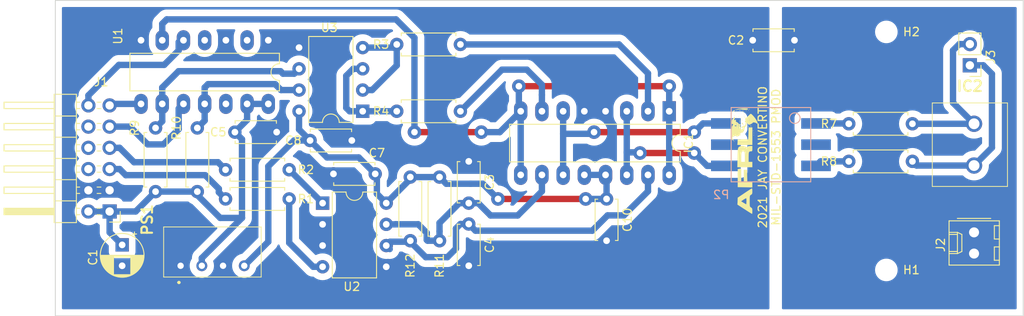
<source format=kicad_pcb>
(kicad_pcb (version 20221018) (generator pcbnew)
  (layers (0 "F.Cu" signal) (31 "B.Cu" signal) (34 "B.Paste" user) (35 "F.Paste" user) (36 "B.SilkS" user "B.Silkscreen") (37 "F.SilkS" user "F.Silkscreen") (38 "B.Mask" user) (39 "F.Mask" user) (44 "Edge.Cuts" user))
  (net 0 "")
  (net 1 "GNDD")
  (net 2 "Net-(C1-Pad1)")
  (net 3 "Net-(C3-Pad2)")
  (net 4 "Net-(C4-Pad1)")
  (net 5 "Net-(J1-Pad8)")
  (net 6 "Net-(J1-Pad7)")
  (net 7 "Net-(P2-Pad5)")
  (net 8 "Net-(P2-Pad3)")
  (net 9 "Net-(P2-Pad2)")
  (net 10 "Net-(P2-Pad1)")
  (net 11 "Net-(J1-Pad6)")
  (net 12 "Net-(J1-Pad5)")
  (net 13 "Net-(J1-Pad12)")
  (net 14 "Net-(J1-Pad10)")
  (net 15 "Net-(R1-Pad1)")
  (net 16 "Net-(R2-Pad1)")
  (net 17 "Net-(IC1-Pad2)")
  (net 18 "Net-(IC1-Pad1)")
  (net 19 "Net-(IC2-Pad2)")
  (net 20 "Net-(IC2-Pad1)")
  (net 21 "GNDA")
  (net 22 "Net-(R3-Pad2)")
  (net 23 "Net-(R4-Pad2)")
  (net 24 "Net-(J1-Pad11)")
  (net 25 "Net-(J1-Pad9)")
  (net 26 "Net-(U1-Pad12)")
  (net 27 "Net-(U1-Pad4)")
  (net 28 "Net-(U1-Pad2)")
  (net 29 "Net-(C10-Pad1)")
  (net 30 "Net-(IC1-Pad7)")
  (net 31 "Net-(IC1-Pad14)")
  (net 32 "Net-(IC1-Pad11)")
  (net 33 "Net-(R9-Pad1)")
  (net 34 "Net-(R10-Pad2)")
  (footprint "Capacitor_THT:C_Disc_D4.7mm_W2.5mm_P5.00mm" (layer "F.Cu") (at 144 92.5 -90)
    (fp_text reference "C3" (at 2.5 -2.5 90) (layer "F.SilkS"))
    (fp_text value "10pF")
    (pad "1" thru_hole circle (at 0 0 270) (size 1.6 1.6) (drill 0.8) (layers "*.Cu" "*.Mask") (net 1 "GNDD"))
    (pad "2" thru_hole circle (at 5 0 270) (size 1.6 1.6) (drill 0.8) (layers "*.Cu" "*.Mask") (net 3 "Net-(C3-Pad2)"))
  )
  (footprint "Capacitor_THT:C_Disc_D4.7mm_W2.5mm_P5.00mm" (layer "F.Cu") (at 144 100 -90)
    (fp_text reference "C4" (at 2.5 -2.5 90) (layer "F.SilkS"))
    (fp_text value "10pF")
    (pad "1" thru_hole circle (at 0 0 270) (size 1.6 1.6) (drill 0.8) (layers "*.Cu" "*.Mask") (net 4 "Net-(C4-Pad1)"))
    (pad "2" thru_hole circle (at 5 0 270) (size 1.6 1.6) (drill 0.8) (layers "*.Cu" "*.Mask") (net 1 "GNDD"))
  )
  (footprint "Capacitor_THT:C_Disc_D4.7mm_W2.5mm_P5.00mm" (layer "F.Cu") (at 127.8 94)
    (fp_text reference "C7" (at 5.2 -2.5) (layer "F.SilkS"))
    (fp_text value "100NF")
    (pad "1" thru_hole circle (at 0 0) (size 1.6 1.6) (drill 0.8) (layers "*.Cu" "*.Mask") (net 1 "GNDD"))
    (pad "2" thru_hole circle (at 5 0) (size 1.6 1.6) (drill 0.8) (layers "*.Cu" "*.Mask") (net 29 "Net-(C10-Pad1)"))
  )
  (footprint "Resistor_THT:R_Axial_DIN0207_L6.3mm_D2.5mm_P7.62mm_Horizontal" (layer "F.Cu") (at 122.5 97 180)
    (fp_text reference "R1" (at -2 0) (layer "F.SilkS"))
    (fp_text value "100")
    (pad "1" thru_hole circle (at 0 0 180) (size 1.6 1.6) (drill 0.8) (layers "*.Cu" "*.Mask") (net 15 "Net-(R1-Pad1)"))
    (pad "2" thru_hole oval (at 7.62 0 180) (size 1.6 1.6) (drill 0.8) (layers "*.Cu" "*.Mask") (net 12 "Net-(J1-Pad5)"))
  )
  (footprint "Resistor_THT:R_Axial_DIN0207_L6.3mm_D2.5mm_P7.62mm_Horizontal" (layer "F.Cu") (at 122.5 93.5 180)
    (fp_text reference "R2" (at -2 0) (layer "F.SilkS"))
    (fp_text value "100")
    (pad "1" thru_hole circle (at 0 0 180) (size 1.6 1.6) (drill 0.8) (layers "*.Cu" "*.Mask") (net 16 "Net-(R2-Pad1)"))
    (pad "2" thru_hole oval (at 7.62 0 180) (size 1.6 1.6) (drill 0.8) (layers "*.Cu" "*.Mask") (net 6 "Net-(J1-Pad7)"))
  )
  (footprint "Resistor_THT:R_Axial_DIN0207_L6.3mm_D2.5mm_P7.62mm_Horizontal" (layer "F.Cu") (at 143 78.5 180)
    (fp_text reference "R3" (at 9.5 0) (layer "F.SilkS"))
    (fp_text value "100")
    (pad "1" thru_hole circle (at 0 0 180) (size 1.6 1.6) (drill 0.8) (layers "*.Cu" "*.Mask") (net 17 "Net-(IC1-Pad2)"))
    (pad "2" thru_hole oval (at 7.62 0 180) (size 1.6 1.6) (drill 0.8) (layers "*.Cu" "*.Mask") (net 22 "Net-(R3-Pad2)"))
  )
  (footprint "Resistor_THT:R_Axial_DIN0207_L6.3mm_D2.5mm_P7.62mm_Horizontal" (layer "F.Cu") (at 143 86.5 180)
    (fp_text reference "R4" (at 9.5 0) (layer "F.SilkS"))
    (fp_text value "100")
    (pad "1" thru_hole circle (at 0 0 180) (size 1.6 1.6) (drill 0.8) (layers "*.Cu" "*.Mask") (net 30 "Net-(IC1-Pad7)"))
    (pad "2" thru_hole oval (at 7.62 0 180) (size 1.6 1.6) (drill 0.8) (layers "*.Cu" "*.Mask") (net 23 "Net-(R4-Pad2)"))
  )
  (footprint "Resistor_THT:R_Axial_DIN0207_L6.3mm_D2.5mm_P7.62mm_Horizontal" (layer "F.Cu") (at 197.12 88 180)
    (fp_text reference "R7" (at 10 0) (layer "F.SilkS"))
    (fp_text value "49R9")
    (pad "1" thru_hole circle (at 0 0 180) (size 1.6 1.6) (drill 0.8) (layers "*.Cu" "*.Mask") (net 19 "Net-(IC2-Pad2)"))
    (pad "2" thru_hole oval (at 7.62 0 180) (size 1.6 1.6) (drill 0.8) (layers "*.Cu" "*.Mask") (net 10 "Net-(P2-Pad1)"))
  )
  (footprint "Resistor_THT:R_Axial_DIN0207_L6.3mm_D2.5mm_P7.62mm_Horizontal" (layer "F.Cu") (at 197.12 92.5 180)
    (fp_text reference "R8" (at 10 0) (layer "F.SilkS"))
    (fp_text value "49R9")
    (pad "1" thru_hole circle (at 0 0 180) (size 1.6 1.6) (drill 0.8) (layers "*.Cu" "*.Mask") (net 20 "Net-(IC2-Pad1)"))
    (pad "2" thru_hole oval (at 7.62 0 180) (size 1.6 1.6) (drill 0.8) (layers "*.Cu" "*.Mask") (net 8 "Net-(P2-Pad3)"))
  )
  (footprint "Package_DIP:DIP-8_W7.62mm" (layer "F.Cu") (at 126.5 97.5)
    (fp_text reference "U2" (at 3.5 10) (layer "F.SilkS"))
    (fp_text value "VO2630")
    (pad "1" thru_hole rect (at 0 0) (size 1.6 1.6) (drill 0.8) (layers "*.Cu" "*.Mask") (net 16 "Net-(R2-Pad1)"))
    (pad "2" thru_hole oval (at 0 2.54) (size 1.6 1.6) (drill 0.8) (layers "*.Cu" "*.Mask") (net 1 "GNDD"))
    (pad "3" thru_hole oval (at 0 5.08) (size 1.6 1.6) (drill 0.8) (layers "*.Cu" "*.Mask") (net 1 "GNDD"))
    (pad "4" thru_hole oval (at 0 7.62) (size 1.6 1.6) (drill 0.8) (layers "*.Cu" "*.Mask") (net 15 "Net-(R1-Pad1)"))
    (pad "5" thru_hole oval (at 7.62 7.62) (size 1.6 1.6) (drill 0.8) (layers "*.Cu" "*.Mask") (net 1 "GNDD"))
    (pad "6" thru_hole oval (at 7.62 5.08) (size 1.6 1.6) (drill 0.8) (layers "*.Cu" "*.Mask") (net 4 "Net-(C4-Pad1)"))
    (pad "7" thru_hole oval (at 7.62 2.54) (size 1.6 1.6) (drill 0.8) (layers "*.Cu" "*.Mask") (net 3 "Net-(C3-Pad2)"))
    (pad "8" thru_hole oval (at 7.62 0) (size 1.6 1.6) (drill 0.8) (layers "*.Cu" "*.Mask") (net 29 "Net-(C10-Pad1)"))
  )
  (footprint "Package_DIP:DIP-8_W7.62mm" (layer "F.Cu") (at 131.3 86.5 180)
    (fp_text reference "U3" (at 4 10) (layer "F.SilkS"))
    (fp_text value "VO2630")
    (pad "1" thru_hole rect (at 0 0 180) (size 1.6 1.6) (drill 0.8) (layers "*.Cu" "*.Mask") (net 23 "Net-(R4-Pad2)"))
    (pad "2" thru_hole oval (at 0 2.54 180) (size 1.6 1.6) (drill 0.8) (layers "*.Cu" "*.Mask") (net 22 "Net-(R3-Pad2)"))
    (pad "3" thru_hole oval (at 0 5.08 180) (size 1.6 1.6) (drill 0.8) (layers "*.Cu" "*.Mask") (net 23 "Net-(R4-Pad2)"))
    (pad "4" thru_hole oval (at 0 7.62 180) (size 1.6 1.6) (drill 0.8) (layers "*.Cu" "*.Mask") (net 22 "Net-(R3-Pad2)"))
    (pad "5" thru_hole oval (at 7.62 7.62 180) (size 1.6 1.6) (drill 0.8) (layers "*.Cu" "*.Mask") (net 1 "GNDD"))
    (pad "6" thru_hole oval (at 7.62 5.08 180) (size 1.6 1.6) (drill 0.8) (layers "*.Cu" "*.Mask") (net 33 "Net-(R9-Pad1)"))
    (pad "7" thru_hole oval (at 7.62 2.54 180) (size 1.6 1.6) (drill 0.8) (layers "*.Cu" "*.Mask") (net 34 "Net-(R10-Pad2)"))
    (pad "8" thru_hole oval (at 7.62 0 180) (size 1.6 1.6) (drill 0.8) (layers "*.Cu" "*.Mask") (net 29 "Net-(C10-Pad1)"))
  )
  (footprint "Connector_PinHeader_2.54mm:PinHeader_2x06_P2.54mm_Horizontal" (layer "F.Cu") (at 101 98.5 180)
    (fp_text reference "J1" (at 1 15.5) (layer "F.SilkS"))
    (fp_text value "Conn_02x06_Top_Bottom")
    (pad "1" thru_hole rect (at 0 0 180) (size 1.7 1.7) (drill 1) (layers "*.Cu" "*.Mask") (net 2 "Net-(C1-Pad1)"))
    (pad "2" thru_hole oval (at 2.54 0 180) (size 1.7 1.7) (drill 1) (layers "*.Cu" "*.Mask") (net 2 "Net-(C1-Pad1)"))
    (pad "3" thru_hole oval (at 0 2.54 180) (size 1.7 1.7) (drill 1) (layers "*.Cu" "*.Mask") (net 1 "GNDD"))
    (pad "4" thru_hole oval (at 2.54 2.54 180) (size 1.7 1.7) (drill 1) (layers "*.Cu" "*.Mask") (net 1 "GNDD"))
    (pad "5" thru_hole oval (at 0 5.08 180) (size 1.7 1.7) (drill 1) (layers "*.Cu" "*.Mask") (net 12 "Net-(J1-Pad5)"))
    (pad "6" thru_hole oval (at 2.54 5.08 180) (size 1.7 1.7) (drill 1) (layers "*.Cu" "*.Mask") (net 11 "Net-(J1-Pad6)"))
    (pad "7" thru_hole oval (at 0 7.62 180) (size 1.7 1.7) (drill 1) (layers "*.Cu" "*.Mask") (net 6 "Net-(J1-Pad7)"))
    (pad "8" thru_hole oval (at 2.54 7.62 180) (size 1.7 1.7) (drill 1) (layers "*.Cu" "*.Mask") (net 5 "Net-(J1-Pad8)"))
    (pad "9" thru_hole oval (at 0 10.16 180) (size 1.7 1.7) (drill 1) (layers "*.Cu" "*.Mask") (net 25 "Net-(J1-Pad9)"))
    (pad "10" thru_hole oval (at 2.54 10.16 180) (size 1.7 1.7) (drill 1) (layers "*.Cu" "*.Mask") (net 14 "Net-(J1-Pad10)"))
    (pad "11" thru_hole oval (at 0 12.7 180) (size 1.7 1.7) (drill 1) (layers "*.Cu" "*.Mask") (net 24 "Net-(J1-Pad11)"))
    (pad "12" thru_hole oval (at 2.54 12.7 180) (size 1.7 1.7) (drill 1) (layers "*.Cu" "*.Mask") (net 13 "Net-(J1-Pad12)"))
  )
  (footprint "cui:TB00150002BE" (layer "F.Cu") (at 204.5 93 90)
    (fp_text reference "IC2" (at 9.5 -0.5) (layer "F.SilkS") (effects (font (size 1.27 1.27) (thickness 0.254))))
    (fp_text value "TB001-500-02BE" hide)
    (pad "1" thru_hole circle (at 0 0 90) (size 1.95 1.95) (drill 1.3) (layers "*.Cu" "*.Mask") (net 20 "Net-(IC2-Pad1)"))
    (pad "2" thru_hole circle (at 5 0 90) (size 1.95 1.95) (drill 1.3) (layers "*.Cu" "*.Mask") (net 19 "Net-(IC2-Pad2)"))
  )
  (footprint "Capacitor_THT:CP_Radial_D5.0mm_P2.50mm" (layer "F.Cu") (at 102.5 102.5 -90)
    (fp_text reference "C1" (at 1.5 3.5 90) (layer "F.SilkS"))
    (fp_text value "22uF")
    (pad "1" thru_hole rect (at 0 0 270) (size 1.6 1.6) (drill 0.8) (layers "*.Cu" "*.Mask") (net 2 "Net-(C1-Pad1)"))
    (pad "2" thru_hole circle (at 2.5 0 270) (size 1.6 1.6) (drill 0.8) (layers "*.Cu" "*.Mask") (net 1 "GNDD"))
  )
  (footprint "traco:TBA10311" (layer "F.Cu") (at 109.5 105)
    (fp_text reference "PS1" (at -4 -5.5 90) (layer "F.SilkS") (effects (font (size 1.27 1.27) (thickness 0.254))))
    (fp_text value "TBA_1-0311" hide)
    (pad "1" thru_hole circle (at 0 0) (size 1.303 1.303) (drill 0.76) (layers "*.Cu" "*.Mask") (net 1 "GNDD"))
    (pad "2" thru_hole circle (at 2.54 0) (size 1.303 1.303) (drill 0.76) (layers "*.Cu" "*.Mask") (net 2 "Net-(C1-Pad1)"))
    (pad "4" thru_hole circle (at 5.08 0) (size 1.303 1.303) (drill 0.76) (layers "*.Cu" "*.Mask") (net 1 "GNDD"))
    (pad "5" thru_hole circle (at 7.62 0) (size 1.303 1.303) (drill 0.76) (layers "*.Cu" "*.Mask") (net 29 "Net-(C10-Pad1)"))
  )
  (footprint "Capacitor_THT:C_Disc_D4.7mm_W2.5mm_P5.00mm" (layer "F.Cu") (at 125 90)
    (fp_text reference "C8" (at -2 0) (layer "F.SilkS"))
    (fp_text value "100NF")
    (pad "1" thru_hole circle (at 0 0) (size 1.6 1.6) (drill 0.8) (layers "*.Cu" "*.Mask") (net 29 "Net-(C10-Pad1)"))
    (pad "2" thru_hole circle (at 5 0) (size 1.6 1.6) (drill 0.8) (layers "*.Cu" "*.Mask") (net 1 "GNDD"))
  )
  (footprint "Resistor_THT:R_Axial_DIN0207_L6.3mm_D2.5mm_P7.62mm_Horizontal" (layer "F.Cu") (at 106.5 88.5 -90)
    (fp_text reference "R9" (at 0 2.5 90) (layer "F.SilkS"))
    (fp_text value "332_2K2-DNP")
    (pad "1" thru_hole circle (at 0 0 270) (size 1.6 1.6) (drill 0.8) (layers "*.Cu" "*.Mask") (net 33 "Net-(R9-Pad1)"))
    (pad "2" thru_hole oval (at 7.62 0 270) (size 1.6 1.6) (drill 0.8) (layers "*.Cu" "*.Mask") (net 2 "Net-(C1-Pad1)"))
  )
  (footprint "Resistor_THT:R_Axial_DIN0207_L6.3mm_D2.5mm_P7.62mm_Horizontal" (layer "F.Cu") (at 111.5 96.12 90)
    (fp_text reference "R10" (at 7.62 -2.5 90) (layer "F.SilkS"))
    (fp_text value "332_2K2-DNP")
    (pad "1" thru_hole circle (at 0 0 90) (size 1.6 1.6) (drill 0.8) (layers "*.Cu" "*.Mask") (net 2 "Net-(C1-Pad1)"))
    (pad "2" thru_hole oval (at 7.62 0 90) (size 1.6 1.6) (drill 0.8) (layers "*.Cu" "*.Mask") (net 34 "Net-(R10-Pad2)"))
  )
  (footprint "Resistor_THT:R_Axial_DIN0207_L6.3mm_D2.5mm_P7.62mm_Horizontal" (layer "F.Cu") (at 140.5 102 90)
    (fp_text reference "R11" (at -3 0 90) (layer "F.SilkS"))
    (fp_text value "100")
    (pad "1" thru_hole circle (at 0 0 90) (size 1.6 1.6) (drill 0.8) (layers "*.Cu" "*.Mask") (net 3 "Net-(C3-Pad2)"))
    (pad "2" thru_hole oval (at 7.62 0 90) (size 1.6 1.6) (drill 0.8) (layers "*.Cu" "*.Mask") (net 29 "Net-(C10-Pad1)"))
  )
  (footprint "Resistor_THT:R_Axial_DIN0207_L6.3mm_D2.5mm_P7.62mm_Horizontal" (layer "F.Cu") (at 137 94.38 -90)
    (fp_text reference "R12" (at 10.62 0 90) (layer "F.SilkS"))
    (fp_text value "100")
    (pad "1" thru_hole circle (at 0 0 270) (size 1.6 1.6) (drill 0.8) (layers "*.Cu" "*.Mask") (net 29 "Net-(C10-Pad1)"))
    (pad "2" thru_hole oval (at 7.62 0 270) (size 1.6 1.6) (drill 0.8) (layers "*.Cu" "*.Mask") (net 4 "Net-(C4-Pad1)"))
  )
  (footprint "MountingHole:MountingHole_2.2mm_M2_DIN965" (layer "F.Cu") (at 194 105.5)
    (fp_text reference "H1" (at 3 0) (layer "F.SilkS"))
    (fp_text value "MountingHole")
    (pad "" np_thru_hole circle (at 0 0) (size 2.2 2.2) (drill 2.2) (layers "*.Cu" "*.Mask"))
  )
  (footprint "MountingHole:MountingHole_2.2mm_M2_DIN965" (layer "F.Cu") (at 194 77)
    (fp_text reference "H2" (at 3 0) (layer "F.SilkS"))
    (fp_text value "MountingHole")
    (pad "" np_thru_hole circle (at 0 0) (size 2.2 2.2) (drill 2.2) (layers "*.Cu" "*.Mask"))
  )
  (footprint "Capacitor_THT:C_Disc_D4.7mm_W2.5mm_P5.00mm" (layer "F.Cu") (at 183 78 180)
    (fp_text reference "C2" (at 7 0) (layer "F.SilkS"))
    (fp_text value "1NF")
    (pad "1" thru_hole circle (at 0 0 180) (size 1.6 1.6) (drill 0.8) (layers "*.Cu" "*.Mask") (net 21 "GNDA"))
    (pad "2" thru_hole circle (at 5 0 180) (size 1.6 1.6) (drill 0.8) (layers "*.Cu" "*.Mask") (net 1 "GNDD"))
  )
  (footprint "Connector_Molex:Molex_KK-254_AE-6410-02A_1x02_P2.54mm_Vertical" (layer "F.Cu") (at 204.5 101 -90)
    (fp_text reference "J2" (at 1.5 4 90) (layer "F.SilkS"))
    (fp_text value "Conn_01x02")
    (pad "1" thru_hole roundrect (at 0 0 270) (size 1.74 2.2) (drill 1.2) (layers "*.Cu" "*.Mask") (roundrect_rratio 0.1436781609) (net 21 "GNDA"))
    (pad "2" thru_hole oval (at 2.54 0 270) (size 1.74 2.2) (drill 1.2) (layers "*.Cu" "*.Mask") (net 21 "GNDA"))
  )
  (footprint "Connector_PinHeader_2.54mm:PinHeader_1x02_P2.54mm_Vertical" (layer "F.Cu") (at 204 81 180)
    (fp_text reference "J3" (at -2.5 1 90) (layer "F.SilkS"))
    (fp_text value "Conn_01x02")
    (pad "1" thru_hole rect (at 0 0 180) (size 1.7 1.7) (drill 1) (layers "*.Cu" "*.Mask") (net 20 "Net-(IC2-Pad1)"))
    (pad "2" thru_hole oval (at 0 2.54 180) (size 1.7 1.7) (drill 1) (layers "*.Cu" "*.Mask") (net 19 "Net-(IC2-Pad2)"))
  )
  (footprint "logos:afrl" (layer "F.Cu") (at 177 92.5 90)
    (fp_text reference "L1" hide)
    (fp_text value "afrl" hide)
  )
  (footprint "Capacitor_THT:C_Disc_D4.7mm_W2.5mm_P5.00mm" (layer "F.Cu") (at 121 89 180)
    (fp_text reference "C5" (at 7 0) (layer "F.SilkS"))
    (fp_text value "100NF")
    (pad "1" thru_hole circle (at 0 0 180) (size 1.6 1.6) (drill 0.8) (layers "*.Cu" "*.Mask") (net 1 "GNDD"))
    (pad "2" thru_hole circle (at 5 0 180) (size 1.6 1.6) (drill 0.8) (layers "*.Cu" "*.Mask") (net 2 "Net-(C1-Pad1)"))
  )
  (footprint "Package_DIP:DIP-14_W7.62mm_LongPads" (layer "F.Cu") (at 120 78 -90)
    (fp_text reference "U1" (at -0.5 18 90) (layer "F.SilkS"))
    (fp_text value "74HC14")
    (pad "1" thru_hole rect (at 0 0 270) (size 2.4 1.6) (drill 0.8) (layers "*.Cu" "*.Mask") (net 1 "GNDD"))
    (pad "2" thru_hole oval (at 0 2.54 270) (size 2.4 1.6) (drill 0.8) (layers "*.Cu" "*.Mask") (net 28 "Net-(U1-Pad2)"))
    (pad "3" thru_hole oval (at 0 5.08 270) (size 2.4 1.6) (drill 0.8) (layers "*.Cu" "*.Mask") (net 1 "GNDD"))
    (pad "4" thru_hole oval (at 0 7.62 270) (size 2.4 1.6) (drill 0.8) (layers "*.Cu" "*.Mask") (net 27 "Net-(U1-Pad4)"))
    (pad "5" thru_hole oval (at 0 10.16 270) (size 2.4 1.6) (drill 0.8) (layers "*.Cu" "*.Mask") (net 13 "Net-(J1-Pad12)"))
    (pad "6" thru_hole oval (at 0 12.7 270) (size 2.4 1.6) (drill 0.8) (layers "*.Cu" "*.Mask") (net 18 "Net-(IC1-Pad1)"))
    (pad "7" thru_hole oval (at 0 15.24 270) (size 2.4 1.6) (drill 0.8) (layers "*.Cu" "*.Mask") (net 1 "GNDD"))
    (pad "8" thru_hole oval (at 7.62 15.24 270) (size 2.4 1.6) (drill 0.8) (layers "*.Cu" "*.Mask") (net 24 "Net-(J1-Pad11)"))
    (pad "9" thru_hole oval (at 7.62 12.7 270) (size 2.4 1.6) (drill 0.8) (layers "*.Cu" "*.Mask") (net 33 "Net-(R9-Pad1)"))
    (pad "10" thru_hole oval (at 7.62 10.16 270) (size 2.4 1.6) (drill 0.8) (layers "*.Cu" "*.Mask") (net 25 "Net-(J1-Pad9)"))
    (pad "11" thru_hole oval (at 7.62 7.62 270) (size 2.4 1.6) (drill 0.8) (layers "*.Cu" "*.Mask") (net 34 "Net-(R10-Pad2)"))
    (pad "12" thru_hole oval (at 7.62 5.08 270) (size 2.4 1.6) (drill 0.8) (layers "*.Cu" "*.Mask") (net 26 "Net-(U1-Pad12)"))
    (pad "13" thru_hole oval (at 7.62 2.54 270) (size 2.4 1.6) (drill 0.8) (layers "*.Cu" "*.Mask") (net 2 "Net-(C1-Pad1)"))
    (pad "14" thru_hole oval (at 7.62 0 270) (size 2.4 1.6) (drill 0.8) (layers "*.Cu" "*.Mask") (net 2 "Net-(C1-Pad1)") (clearance 0.5334))
  )
  (footprint "Capacitor_THT:C_Disc_D4.7mm_W2.5mm_P5.00mm" (layer "F.Cu") (at 160.5 97 -90)
    (fp_text reference "C10" (at 2.5 -2.5 90) (layer "F.SilkS"))
    (fp_text value "100NF")
    (pad "1" thru_hole circle (at 0 0 270) (size 1.6 1.6) (drill 0.8) (layers "*.Cu" "*.Mask") (net 29 "Net-(C10-Pad1)"))
    (pad "2" thru_hole circle (at 5 0 270) (size 1.6 1.6) (drill 0.8) (layers "*.Cu" "*.Mask") (net 1 "GNDD"))
  )
  (footprint "Package_DIP:DIP-16_W7.62mm_LongPads" (layer "F.Cu") (at 168 86.5 -90)
    (fp_text reference "IC1" (at 3.81 -2.33 90) (layer "F.SilkS"))
    (fp_text value "ADG413BNZ")
    (pad "1" thru_hole rect (at 0 0 270) (size 2.4 1.6) (drill 0.8) (layers "*.Cu" "*.Mask") (net 18 "Net-(IC1-Pad1)"))
    (pad "2" thru_hole oval (at 0 2.54 270) (size 2.4 1.6) (drill 0.8) (layers "*.Cu" "*.Mask") (net 17 "Net-(IC1-Pad2)"))
    (pad "3" thru_hole oval (at 0 5.08 270) (size 2.4 1.6) (drill 0.8) (layers "*.Cu" "*.Mask") (net 31 "Net-(IC1-Pad14)"))
    (pad "4" thru_hole oval (at 0 7.62 270) (size 2.4 1.6) (drill 0.8) (layers "*.Cu" "*.Mask") (net 1 "GNDD"))
    (pad "5" thru_hole oval (at 0 10.16 270) (size 2.4 1.6) (drill 0.8) (layers "*.Cu" "*.Mask") (net 1 "GNDD"))
    (pad "6" thru_hole oval (at 0 12.7 270) (size 2.4 1.6) (drill 0.8) (layers "*.Cu" "*.Mask") (net 32 "Net-(IC1-Pad11)"))
    (pad "7" thru_hole oval (at 0 15.24 270) (size 2.4 1.6) (drill 0.8) (layers "*.Cu" "*.Mask") (net 30 "Net-(IC1-Pad7)"))
    (pad "8" thru_hole oval (at 0 17.78 270) (size 2.4 1.6) (drill 0.8) (layers "*.Cu" "*.Mask") (net 18 "Net-(IC1-Pad1)"))
    (pad "9" thru_hole oval (at 7.62 17.78 270) (size 2.4 1.6) (drill 0.8) (layers "*.Cu" "*.Mask") (net 18 "Net-(IC1-Pad1)"))
    (pad "10" thru_hole oval (at 7.62 15.24 270) (size 2.4 1.6) (drill 0.8) (layers "*.Cu" "*.Mask") (net 3 "Net-(C3-Pad2)"))
    (pad "11" thru_hole oval (at 7.62 12.7 270) (size 2.4 1.6) (drill 0.8) (layers "*.Cu" "*.Mask") (net 32 "Net-(IC1-Pad11)"))
    (pad "12" thru_hole oval (at 7.62 10.16 270) (size 2.4 1.6) (drill 0.8) (layers "*.Cu" "*.Mask") (net 29 "Net-(C10-Pad1)"))
    (pad "13" thru_hole oval (at 7.62 7.62 270) (size 2.4 1.6) (drill 0.8) (layers "*.Cu" "*.Mask") (net 29 "Net-(C10-Pad1)"))
    (pad "14" thru_hole oval (at 7.62 5.08 270) (size 2.4 1.6) (drill 0.8) (layers "*.Cu" "*.Mask") (net 31 "Net-(IC1-Pad14)"))
    (pad "15" thru_hole oval (at 7.62 2.54 270) (size 2.4 1.6) (drill 0.8) (layers "*.Cu" "*.Mask") (net 4 "Net-(C4-Pad1)"))
    (pad "16" thru_hole oval (at 7.62 0 270) (size 2.4 1.6) (drill 0.8) (layers "*.Cu" "*.Mask") (net 18 "Net-(IC1-Pad1)"))
  )
  (footprint "murata_pulse_transformers:78604-9JC" (layer "B.Cu") (at 180.5 90.5 180)
    (fp_text reference "P2" (at 6.27 -6) (layer "B.SilkS") (effects (justify mirror)))
    (fp_text value "78604-9JC")
    (pad "1" smd rect (at -5.08 2.54 180) (size 3.556 1.27) (layers "B.Cu" "B.Paste" "B.Mask") (net 10 "Net-(P2-Pad1)"))
    (pad "2" smd rect (at -5.08 0 180) (size 3.556 1.27) (layers "B.Cu" "B.Paste" "B.Mask") (net 9 "Net-(P2-Pad2)"))
    (pad "3" smd rect (at -5.08 -2.54 180) (size 3.556 1.27) (layers "B.Cu" "B.Paste" "B.Mask") (net 8 "Net-(P2-Pad3)"))
    (pad "4" smd rect (at 5.715 2.54 180) (size 3.556 1.27) (layers "B.Cu" "B.Paste" "B.Mask") (net 32 "Net-(IC1-Pad11)"))
    (pad "5" smd rect (at 5.715 0 180) (size 3.556 1.27) (layers "B.Cu" "B.Paste" "B.Mask") (net 7 "Net-(P2-Pad5)"))
    (pad "6" smd rect (at 5.715 -2.54 180) (size 3.556 1.27) (layers "B.Cu" "B.Paste" "B.Mask") (net 31 "Net-(IC1-Pad14)"))
  )
  (gr_rect (start 94.5 73.229086) (end 210.390635 111) (stroke (width 0.1)) (fill none) (layer "Edge.Cuts"))
  (gr_text "2021 JAY CONVERTINO\nMIL-STD-1553 PMOD" (at 180 92 90) (layer "F.SilkS") (effects (font (size 1 1))))
  (segment (start 104.12 98.5) (end 106.5 96.12) (width 0.762) (layer "B.Cu") (net 2))
  (segment (start 114.237005 99.270239) (end 116.848401 99.270239) (width 0.762) (layer "B.Cu") (net 2))
  (segment (start 111.5 96.533234) (end 114.237005 99.270239) (width 0.762) (layer "B.Cu") (net 2))
  (segment (start 120 86.36863) (end 120 85.62) (width 0.762) (layer "B.Cu") (net 2))
  (segment (start 116.848401 99.270239) (end 112.04 104.07864) (width 0.762) (layer "B.Cu") (net 2))
  (segment (start 116 89) (end 116.848401 89.848401) (width 0.762) (layer "B.Cu") (net 2))
  (segment (start 101 98.5) (end 101 101) (width 0.762) (layer "B.Cu") (net 2))
  (segment (start 101 101) (end 102.5 102.5) (width 0.762) (layer "B.Cu") (net 2))
  (segment (start 112.04 104.07864) (end 112.04 105) (width 0.762) (layer "B.Cu") (net 2))
  (segment (start 101 98.5) (end 104.12 98.5) (width 0.762) (layer "B.Cu") (net 2))
  (segment (start 111.5 96.12) (end 111.5 96.533234) (width 0.762) (layer "B.Cu") (net 2))
  (segment (start 120 85.62) (end 117.46 85.62) (width 0.762) (layer "B.Cu") (net 2))
  (segment (start 116 89) (end 117.46 87.54) (width 0.762) (layer "B.Cu") (net 2))
  (segment (start 101 98.5) (end 98.46 98.5) (width 0.762) (layer "B.Cu") (net 2))
  (segment (start 106.5 96.12) (end 111.5 96.12) (width 0.762) (layer "B.Cu") (net 2))
  (segment (start 117.46 87.54) (end 117.46 85.62) (width 0.762) (layer "B.Cu") (net 2))
  (segment (start 116.848401 89.848401) (end 116.848401 99.270239) (width 0.762) (layer "B.Cu") (net 2))
  (segment (start 137.944833 100.031599) (end 135.259771 100.031599) (width 0.762) (layer "B.Cu") (net 3))
  (segment (start 139.071196 102) (end 138.968401 101.897205) (width 0.762) (layer "B.Cu") (net 3))
  (segment (start 152.76 96.082) (end 152.76 94.12) (width 0.762) (layer "B.Cu") (net 3))
  (segment (start 140.5 99.86863) (end 140.5 100.86863) (width 0.762) (layer "B.Cu") (net 3))
  (segment (start 145.13137 97.5) (end 146.612571 98.981201) (width 0.762) (layer "B.Cu") (net 3))
  (segment (start 144 97.5) (end 145.13137 97.5) (width 0.762) (layer "B.Cu") (net 3))
  (segment (start 144 97.5) (end 142.86863 97.5) (width 0.762) (layer "B.Cu") (net 3))
  (segment (start 146.612571 98.981201) (end 149.860799 98.981201) (width 0.762) (layer "B.Cu") (net 3))
  (segment (start 149.860799 98.981201) (end 152.76 96.082) (width 0.762) (layer "B.Cu") (net 3))
  (segment (start 140.5 100.86863) (end 140.5 102) (width 0.762) (layer "B.Cu") (net 3))
  (segment (start 135.259771 100.031599) (end 135.25137 100.04) (width 0.762) (layer "B.Cu") (net 3))
  (segment (start 142.86863 97.5) (end 140.5 99.86863) (width 0.762) (layer "B.Cu") (net 3))
  (segment (start 138.968401 101.897205) (end 138.968401 101.055167) (width 0.762) (layer "B.Cu") (net 3))
  (segment (start 138.968401 101.055167) (end 137.944833 100.031599) (width 0.762) (layer "B.Cu") (net 3))
  (segment (start 140.5 102) (end 139.071196 102) (width 0.762) (layer "B.Cu") (net 3))
  (segment (start 135.25137 100.04) (end 134.12 100.04) (width 0.762) (layer "B.Cu") (net 3))
  (segment (start 158.786767 100.799999) (end 160.618365 98.968401) (width 0.762) (layer "B.Cu") (net 4))
  (segment (start 142.468401 100.531599) (end 143 100) (width 0.762) (layer "B.Cu") (net 4))
  (segment (start 142.468401 102.944833) (end 142.468401 100.531599) (width 0.762) (layer "B.Cu") (net 4))
  (segment (start 165.46 96.082) (end 165.46 94.12) (width 0.762) (layer "B.Cu") (net 4))
  (segment (start 160.618365 98.968401) (end 162.573599 98.968401) (width 0.762) (layer "B.Cu") (net 4))
  (segment (start 144.799999 100.799999) (end 158.786767 100.799999) (width 0.762) (layer "B.Cu") (net 4))
  (segment (start 134.12 102.58) (end 134.58 102.12) (width 0.762) (layer "B.Cu") (net 4))
  (segment (start 144 100) (end 144.799999 100.799999) (width 0.762) (layer "B.Cu") (net 4))
  (segment (start 134.12 102.58) (end 134.46 102.58) (width 0.762) (layer "B.Cu") (net 4))
  (segment (start 143 100) (end 144 100) (width 0.762) (layer "B.Cu") (net 4))
  (segment (start 134.54 103) (end 134.12 102.58) (width 0.762) (layer "B.Cu") (net 4))
  (segment (start 162.573599 98.968401) (end 165.46 96.082) (width 0.762) (layer "B.Cu") (net 4))
  (segment (start 141.444833 103.968401) (end 142.468401 102.944833) (width 0.762) (layer "B.Cu") (net 4))
  (segment (start 134.58 102.12) (end 137 102.12) (width 0.762) (layer "B.Cu") (net 4))
  (segment (start 138.848401 103.968401) (end 141.444833 103.968401) (width 0.762) (layer "B.Cu") (net 4))
  (segment (start 137 102.12) (end 138.848401 103.968401) (width 0.762) (layer "B.Cu") (net 4))
  (segment (start 103.92427 92.602189) (end 102.202081 90.88) (width 0.762) (layer "B.Cu") (net 6))
  (segment (start 113.982189 92.602189) (end 103.92427 92.602189) (width 0.762) (layer "B.Cu") (net 6))
  (segment (start 114.88 93.5) (end 113.982189 92.602189) (width 0.762) (layer "B.Cu") (net 6))
  (segment (start 102.202081 90.88) (end 101 90.88) (width 0.762) (layer "B.Cu") (net 6))
  (segment (start 189.5 92.5) (end 186.12 92.5) (width 0.762) (layer "B.Cu") (net 8))
  (segment (start 186.12 92.5) (end 185.58 93.04) (width 0.762) (layer "B.Cu") (net 8))
  (segment (start 188.88 87.96) (end 188.92 88) (width 0.762) (layer "B.Cu") (net 10))
  (segment (start 185.58 87.96) (end 189.46 87.96) (width 0.762) (layer "B.Cu") (net 10))
  (segment (start 189.46 87.96) (end 189.5 88) (width 0.762) (layer "B.Cu") (net 10))
  (segment (start 114.080001 96.200001) (end 114.080001 95.786767) (width 0.762) (layer "B.Cu") (net 12))
  (segment (start 114.88 97) (end 114.080001 96.200001) (width 0.762) (layer "B.Cu") (net 12))
  (segment (start 112.444833 94.151599) (end 102.93368 94.151599) (width 0.762) (layer "B.Cu") (net 12))
  (segment (start 102.202081 93.42) (end 101 93.42) (width 0.762) (layer "B.Cu") (net 12))
  (segment (start 102.93368 94.151599) (end 102.202081 93.42) (width 0.762) (layer "B.Cu") (net 12))
  (segment (start 114.080001 95.786767) (end 112.444833 94.151599) (width 0.762) (layer "B.Cu") (net 12))
  (segment (start 109.5 78) (end 109.26841 78.23159) (width 0.762) (layer "B.Cu") (net 13))
  (segment (start 107.533162 80.95059) (end 102.107329 80.95059) (width 0.762) (layer "B.Cu") (net 13))
  (segment (start 98.46 84.597919) (end 98.46 85.8) (width 0.762) (layer "B.Cu") (net 13))
  (segment (start 109.84 78) (end 109.5 78) (width 0.762) (layer "B.Cu") (net 13))
  (segment (start 109.26841 78.23159) (end 109.26841 79.215342) (width 0.762) (layer "B.Cu") (net 13))
  (segment (start 102.107329 80.95059) (end 98.46 84.597919) (width 0.762) (layer "B.Cu") (net 13))
  (segment (start 109.26841 79.215342) (end 107.533162 80.95059) (width 0.762) (layer "B.Cu") (net 13))
  (segment (start 122.5 97) (end 122.5 102.25137) (width 0.762) (layer "B.Cu") (net 15))
  (segment (start 125.36863 105.12) (end 126.5 105.12) (width 0.762) (layer "B.Cu") (net 15))
  (segment (start 122.5 102.25137) (end 125.36863 105.12) (width 0.762) (layer "B.Cu") (net 15))
  (segment (start 126.5 97.5) (end 122.5 93.5) (width 0.762) (layer "B.Cu") (net 16))
  (segment (start 162 78.5) (end 143 78.5) (width 0.762) (layer "B.Cu") (net 17))
  (segment (start 165.46 81.96) (end 162 78.5) (width 0.762) (layer "B.Cu") (net 17))
  (segment (start 165.46 86.5) (end 165.46 81.96) (width 0.762) (layer "B.Cu") (net 17))
  (segment (start 143.413234 89) (end 145.5 89) (width 0.762) (layer "F.Cu") (net 18))
  (segment (start 168 83.5) (end 150 83.5) (width 0.762) (layer "F.Cu") (net 18))
  (segment (start 137.5 89) (end 143.413234 89) (width 0.762) (layer "F.Cu") (net 18))
  (via (at 168 83.5) (size 1.6256) (drill 0.7874) (layers "F.Cu" "B.Cu") (net 18))
  (via (at 150 83.5) (size 1.6256) (drill 0.7874) (layers "F.Cu" "B.Cu") (net 18))
  (via (at 137.5 89) (size 1.6256) (drill 0.7874) (layers "F.Cu" "B.Cu") (net 18))
  (via (at 145.5 89) (size 1.6256) (drill 0.7874) (layers "F.Cu" "B.Cu") (net 18))
  (segment (start 107.838 75.5) (end 107.3 76.038) (width 0.762) (layer "B.Cu") (net 18))
  (segment (start 150.22 86.5) (end 150.22 94.12) (width 0.762) (layer "B.Cu") (net 18))
  (segment (start 168 86.5) (end 168 83.5) (width 0.762) (layer "B.Cu") (net 18))
  (segment (start 137.5 77.706766) (end 137.5 89) (width 0.762) (layer "B.Cu") (net 18))
  (segment (start 107.838 75.5) (end 135.293234 75.5) (width 0.762) (layer "B.Cu") (net 18))
  (segment (start 150 86.28) (end 150.22 86.5) (width 0.762) (layer "B.Cu") (net 18))
  (segment (start 147.72 89) (end 150.22 86.5) (width 0.762) (layer "B.Cu") (net 18))
  (segment (start 107.3 76.038) (end 107.3 78) (width 0.762) (layer "B.Cu") (net 18))
  (segment (start 168 86.5) (end 168 94.12) (width 0.762) (layer "B.Cu") (net 18))
  (segment (start 107.70641 75.63159) (end 107.3 76.038) (width 0.762) (layer "B.Cu") (net 18))
  (segment (start 135.293234 75.5) (end 137.5 77.706766) (width 0.762) (layer "B.Cu") (net 18))
  (segment (start 150 83.5) (end 150 86.28) (width 0.762) (layer "B.Cu") (net 18))
  (segment (start 145.5 89) (end 147.72 89) (width 0.762) (layer "B.Cu") (net 18))
  (segment (start 197.12 88) (end 204.5 88) (width 0.762) (layer "B.Cu") (net 19))
  (segment (start 201.981599 79.215279) (end 202.736878 78.46) (width 0.762) (layer "B.Cu") (net 19))
  (segment (start 204.5 88) (end 201.981599 85.481599) (width 0.762) (layer "B.Cu") (net 19))
  (segment (start 202.736878 78.46) (end 202.797919 78.46) (width 0.762) (layer "B.Cu") (net 19))
  (segment (start 202.797919 78.46) (end 204 78.46) (width 0.762) (layer "B.Cu") (net 19))
  (segment (start 201.981599 85.481599) (end 201.981599 79.215279) (width 0.762) (layer "B.Cu") (net 19))
  (segment (start 204.5 93) (end 206.643401 90.856599) (width 0.762) (layer "B.Cu") (net 20))
  (segment (start 204.5 93) (end 197.62 93) (width 0.762) (layer "B.Cu") (net 20))
  (segment (start 197.62 93) (end 197.12 92.5) (width 0.762) (layer "B.Cu") (net 20))
  (segment (start 206.643401 90.856599) (end 206.643401 82.031401) (width 0.762) (layer "B.Cu") (net 20))
  (segment (start 206.643401 82.031401) (end 205.612 81) (width 0.762) (layer "B.Cu") (net 20))
  (segment (start 205.612 81) (end 204 81) (width 0.762) (layer "B.Cu") (net 20))
  (segment (start 135.38 78.5) (end 135.38 81.01137) (width 0.762) (layer "B.Cu") (net 22))
  (segment (start 135 78.88) (end 135.38 78.5) (width 0.762) (layer "B.Cu") (net 22))
  (segment (start 132.43137 83.96) (end 131.3 83.96) (width 0.762) (layer "B.Cu") (net 22))
  (segment (start 135.38 81.01137) (end 132.43137 83.96) (width 0.762) (layer "B.Cu") (net 22))
  (segment (start 131.3 78.88) (end 135 78.88) (width 0.762) (layer "B.Cu") (net 22))
  (segment (start 129.331599 86.093599) (end 129.331599 82.257031) (width 0.762) (layer "B.Cu") (net 23))
  (segment (start 131.3 86.5) (end 129.738 86.5) (width 0.762) (layer "B.Cu") (net 23))
  (segment (start 129.738 86.5) (end 129.331599 86.093599) (width 0.762) (layer "B.Cu") (net 23))
  (segment (start 130.16863 81.42) (end 131.3 81.42) (width 0.762) (layer "B.Cu") (net 23))
  (segment (start 135.38 86.5) (end 131.3 86.5) (width 0.762) (layer "B.Cu") (net 23))
  (segment (start 129.331599 82.257031) (end 130.16863 81.42) (width 0.762) (layer "B.Cu") (net 23))
  (segment (start 101.18 85.62) (end 101 85.8) (width 0.762) (layer "B.Cu") (net 24))
  (segment (start 104.76 85.62) (end 101.18 85.62) (width 0.762) (layer "B.Cu") (net 24))
  (segment (start 103.426766 88.34) (end 105.555167 90.468401) (width 0.762) (layer "B.Cu") (net 25))
  (segment (start 105.555167 90.468401) (end 107.444833 90.468401) (width 0.762) (layer "B.Cu") (net 25))
  (segment (start 107.444833 90.468401) (end 109.26841 88.644824) (width 0.762) (layer "B.Cu") (net 25))
  (segment (start 101 88.34) (end 103.426766 88.34) (width 0.762) (layer "B.Cu") (net 25))
  (segment (start 109.26841 86.19159) (end 109.84 85.62) (width 0.762) (layer "B.Cu") (net 25))
  (segment (start 109.26841 88.644824) (end 109.26841 86.19159) (width 0.762) (layer "B.Cu") (net 25))
  (segment (start 147.5 97) (end 158 97) (width 0.762) (layer "F.Cu") (net 29))
  (via (at 147.5 97) (size 1.6256) (drill 0.7874) (layers "F.Cu" "B.Cu") (net 29))
  (via (at 158 97) (size 1.6256) (drill 0.7874) (layers "F.Cu" "B.Cu") (net 29))
  (segment (start 145.679999 95.179999) (end 147.5 97) (width 0.762) (layer "B.Cu") (net 29))
  (segment (start 133 96.38) (end 134.12 97.5) (width 0.762) (layer "B.Cu") (net 29))
  (segment (start 123.086766 90) (end 123.86863 90) (width 0.762) (layer "B.Cu") (net 29))
  (segment (start 132.8 94) (end 130.831599 92.031599) (width 0.762) (layer "B.Cu") (net 29))
  (segment (start 125.799999 90.799999) (end 125 90) (width 0.762) (layer "B.Cu") (net 29))
  (segment (start 160.5 97) (end 160.5 94.24) (width 0.762) (layer "B.Cu") (net 29))
  (segment (start 123.86863 90) (end 125 90) (width 0.762) (layer "B.Cu") (net 29))
  (segment (start 120 102.12) (end 120 93.086766) (width 0.762) (layer "B.Cu") (net 29))
  (segment (start 123.68 88.68) (end 125 90) (width 0.762) (layer "B.Cu") (net 29))
  (segment (start 140.5 94.38) (end 141.299999 95.179999) (width 0.762) (layer "B.Cu") (net 29))
  (segment (start 127.031599 92.031599) (end 125.799999 90.799999) (width 0.762) (layer "B.Cu") (net 29))
  (segment (start 137 94.62) (end 134.12 97.5) (width 0.762) (layer "B.Cu") (net 29))
  (segment (start 158 97) (end 160.5 97) (width 0.762) (layer "B.Cu") (net 29))
  (segment (start 117.12 105) (end 120 102.12) (width 0.762) (layer "B.Cu") (net 29))
  (segment (start 120 93.086766) (end 123.086766 90) (width 0.762) (layer "B.Cu") (net 29))
  (segment (start 133 94) (end 133 96.38) (width 0.762) (layer "B.Cu") (net 29))
  (segment (start 137.12 94.38) (end 137 94.5) (width 0.762) (layer "B.Cu") (net 29))
  (segment (start 123.68 86.5) (end 123.68 88.68) (width 0.762) (layer "B.Cu") (net 29))
  (segment (start 130.831599 92.031599) (end 127.031599 92.031599) (width 0.762) (layer "B.Cu") (net 29))
  (segment (start 137 94.5) (end 137 94.62) (width 0.762) (layer "B.Cu") (net 29))
  (segment (start 140.5 94.38) (end 137.12 94.38) (width 0.762) (layer "B.Cu") (net 29))
  (segment (start 141.299999 95.179999) (end 144.233235 95.179999) (width 0.762) (layer "B.Cu") (net 29))
  (segment (start 157.84 94.12) (end 160.38 94.12) (width 0.762) (layer "B.Cu") (net 29))
  (segment (start 144.233235 95.179999) (end 145.679999 95.179999) (width 0.762) (layer "B.Cu") (net 29))
  (segment (start 160.5 94.24) (end 160.38 94.12) (width 0.762) (layer "B.Cu") (net 29))
  (segment (start 158 93.96) (end 157.84 94.12) (width 0.762) (layer "B.Cu") (net 29))
  (segment (start 150.950977 81.518799) (end 152.76 83.327822) (width 0.762) (layer "B.Cu") (net 30))
  (segment (start 143 86.5) (end 147.981201 81.518799) (width 0.762) (layer "B.Cu") (net 30))
  (segment (start 147.981201 81.518799) (end 150.950977 81.518799) (width 0.762) (layer "B.Cu") (net 30))
  (segment (start 152.76 84.538) (end 152.76 86.5) (width 0.762) (layer "B.Cu") (net 30))
  (segment (start 152.76 83.327822) (end 152.76 84.538) (width 0.762) (layer "B.Cu") (net 30))
  (segment (start 164.5 91.5) (end 171 91.5) (width 0.762) (layer "F.Cu") (net 31))
  (via (at 164.5 91.5) (size 1.6256) (drill 0.7874) (layers "F.Cu" "B.Cu") (net 31))
  (via (at 171 91.5) (size 1.6256) (drill 0.7874) (layers "F.Cu" "B.Cu") (net 31))
  (segment (start 171 91.5) (end 172.54 93.04) (width 0.762) (layer "B.Cu") (net 31))
  (segment (start 162.92 94.12) (end 162.92 91.42) (width 0.762) (layer "B.Cu") (net 31))
  (segment (start 162.92 91.42) (end 164.42 91.42) (width 0.762) (layer "B.Cu") (net 31))
  (segment (start 172.54 93.04) (end 174.785 93.04) (width 0.762) (layer "B.Cu") (net 31))
  (segment (start 162.92 91.42) (end 162.92 86.5) (width 0.762) (layer "B.Cu") (net 31))
  (segment (start 164.42 91.42) (end 164.5 91.5) (width 0.762) (layer "B.Cu") (net 31))
  (segment (start 170.999022 89.000978) (end 171 89) (width 0.762) (layer "F.Cu") (net 32))
  (segment (start 159.00054 89.000978) (end 170.999022 89.000978) (width 0.762) (layer "F.Cu") (net 32))
  (via (at 159.00054 89.000978) (size 1.6256) (drill 0.7874) (layers "F.Cu" "B.Cu") (net 32))
  (via (at 171 89) (size 1.6256) (drill 0.7874) (layers "F.Cu" "B.Cu") (net 32))
  (segment (start 155.3 89.2) (end 155.3 86.5) (width 0.762) (layer "B.Cu") (net 32))
  (segment (start 155.3 89.2) (end 158.801518 89.2) (width 0.762) (layer "B.Cu") (net 32))
  (segment (start 172.04 87.96) (end 174.785 87.96) (width 0.762) (layer "B.Cu") (net 32))
  (segment (start 158.801518 89.2) (end 159.00054 89.000978) (width 0.762) (layer "B.Cu") (net 32))
  (segment (start 155.3 94.12) (end 155.3 89.2) (width 0.762) (layer "B.Cu") (net 32))
  (segment (start 171 89) (end 172.04 87.96) (width 0.762) (layer "B.Cu") (net 32))
  (segment (start 123.1 82) (end 123.68 81.42) (width 0.762) (layer "B.Cu") (net 33))
  (segment (start 121.754948 82) (end 123.1 82) (width 0.762) (layer "B.Cu") (net 33))
  (segment (start 107.3 85.62) (end 107.3 87.7) (width 0.762) (layer "B.Cu") (net 33))
  (segment (start 109.25582 81.70218) (end 121.457128 81.70218) (width 0.762) (layer "B.Cu") (net 33))
  (segment (start 107.3 85.62) (end 107.3 83.658) (width 0.762) (layer "B.Cu") (net 33))
  (segment (start 121.457128 81.70218) (end 121.754948 82) (width 0.762) (layer "B.Cu") (net 33))
  (segment (start 107.3 83.658) (end 109.25582 81.70218) (width 0.762) (layer "B.Cu") (net 33))
  (segment (start 107.3 87.7) (end 106.5 88.5) (width 0.762) (layer "B.Cu") (net 33))
  (segment (start 112.38 83.658) (end 112.38 85.62) (width 0.762) (layer "B.Cu") (net 34))
  (segment (start 121.523752 83.96) (end 120.815342 83.25159) (width 0.762) (layer "B.Cu") (net 34))
  (segment (start 112.38 87.62) (end 111.5 88.5) (width 0.762) (layer "B.Cu") (net 34))
  (segment (start 120.815342 83.25159) (end 112.78641 83.25159) (width 0.762) (layer "B.Cu") (net 34))
  (segment (start 112.38 85.62) (end 112.38 87.62) (width 0.762) (layer "B.Cu") (net 34))
  (segment (start 123.68 83.96) (end 121.523752 83.96) (width 0.762) (layer "B.Cu") (net 34))
  (segment (start 112.78641 83.25159) (end 112.38 83.658) (width 0.762) (layer "B.Cu") (net 34))
  (zone (net 21) (net_name "GNDA") (layer "B.Cu") (connect_pads yes (clearance 0.8001)) (min_thickness 0.254) (fill yes (thermal_gap 0.508) (thermal_bridge_width 0.508))
    (polygon (pts (xy 210.5 111) (xy 181.5 111) (xy 181.5 73.5) (xy 210.5 73.5)))
  )
  (zone (net 1) (net_name "GNDD") (layer "B.Cu") (connect_pads yes (clearance 0.8001)) (min_thickness 0.254) (fill yes (thermal_gap 0.508) (thermal_bridge_width 0.508))
    (polygon (pts (xy 180 111) (xy 94.5 111) (xy 94.5 73.5) (xy 180 73.5)))
  )
)
</source>
